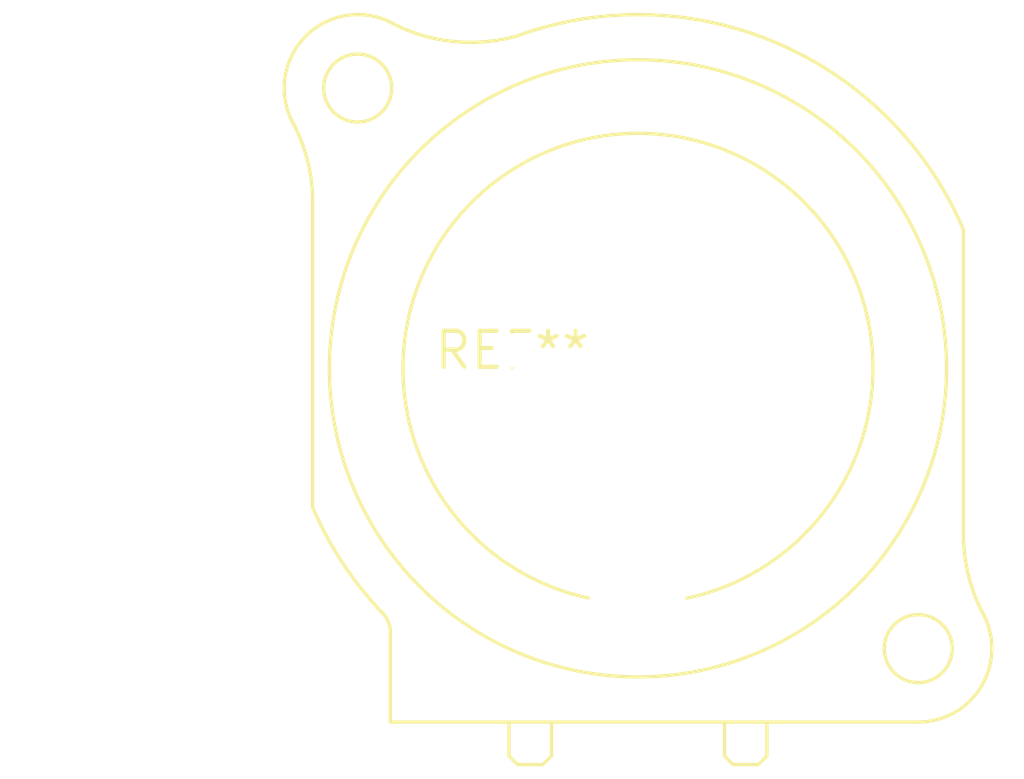
<source format=kicad_pcb>
(kicad_pcb (version 20240108) (generator pcbnew)
  (layers (0 "F.Cu" signal) (31 "B.Cu" signal) (34 "B.Paste" user) (35 "F.Paste" user) (36 "B.SilkS" user "B.Silkscreen") (37 "F.SilkS" user "F.Silkscreen") (38 "B.Mask" user) (39 "F.Mask" user) (44 "Edge.Cuts" user))
  (net 0 "")
  (footprint "Jack_XLR_Neutrik_NC5MBV-B_Vertical" (layer "F.Cu") (at 0 0)
    (property "Reference" "REF**")
    (property "Value" "Jack_XLR_Neutrik_NC5MBV-B_Vertical")
    (fp_line (start -7.05 -5.5) (end -7.05 5.53) (layer "F.SilkS") (stroke (width 0.12)))
    (fp_line (start -4.3 9.97) (end -4.3 13.13) (layer "F.SilkS") (stroke (width 0.12)))
    (fp_line (start -0.11 13.13) (end -0.11 14.33) (layer "F.SilkS") (stroke (width 0.12)))
    (fp_line (start -0.11 14.33) (end 0.19 14.63) (layer "F.SilkS") (stroke (width 0.12)))
    (fp_line (start 0.19 14.63) (end 1.09 14.63) (layer "F.SilkS") (stroke (width 0.12)))
    (fp_line (start 1.39 13.13) (end 1.39 14.33) (layer "F.SilkS") (stroke (width 0.12)))
    (fp_line (start 1.39 14.33) (end 1.09 14.63) (layer "F.SilkS") (stroke (width 0.12)))
    (fp_line (start 7.5 13.13) (end 7.5 14.33) (layer "F.SilkS") (stroke (width 0.12)))
    (fp_line (start 7.5 14.33) (end 7.8 14.63) (layer "F.SilkS") (stroke (width 0.12)))
    (fp_line (start 8.7 14.63) (end 7.8 14.63) (layer "F.SilkS") (stroke (width 0.12)))
    (fp_line (start 9 13.13) (end 9 14.33) (layer "F.SilkS") (stroke (width 0.12)))
    (fp_line (start 9 14.33) (end 8.7 14.63) (layer "F.SilkS") (stroke (width 0.12)))
    (fp_line (start 14.34 13.13) (end -4.3 13.13) (layer "F.SilkS") (stroke (width 0.12)))
    (fp_line (start 15.94 6.77) (end 15.94 -4.26) (layer "F.SilkS") (stroke (width 0.12)))
    (fp_arc (start -7.706072 -7.969016) (mid -7.245016 -6.769854) (end -7.05 -5.5) (layer "F.SilkS") (stroke (width 0.12)))
    (fp_arc (start -7.701898 -7.960402) (mid -7.280108 -11.106809) (end -4.13 -11.5) (layer "F.SilkS") (stroke (width 0.12)))
    (fp_arc (start -4.57767 9.277192) (mid -5.983521 7.515552) (end -7.05 5.53) (layer "F.SilkS") (stroke (width 0.12)))
    (fp_arc (start -4.577033 9.279118) (mid -4.371839 9.597822) (end -4.3 9.97) (layer "F.SilkS") (stroke (width 0.12)))
    (fp_arc (start 0.155138 -11.099295) (mid -2.024203 -10.906412) (end -4.13 -11.5) (layer "F.SilkS") (stroke (width 0.12)))
    (fp_arc (start 0.15831 -11.100431) (mid 9.413683 -10.828344) (end 15.94 -4.26) (layer "F.SilkS") (stroke (width 0.12)))
    (fp_arc (start 2.7 8.75) (mid 4.457421 -7.665488) (end 6.165706 8.755186) (layer "F.SilkS") (stroke (width 0.12)))
    (fp_arc (start 15.548589 12.832023) (mid 14.96239 13.054406) (end 14.34 13.13) (layer "F.SilkS") (stroke (width 0.12)))
    (fp_arc (start 16.602795 9.242305) (mid 16.840071 11.256668) (end 15.56 12.83) (layer "F.SilkS") (stroke (width 0.12)))
    (fp_arc (start 16.607596 9.253415) (mid 16.144453 8.047281) (end 15.95 6.77) (layer "F.SilkS") (stroke (width 0.12)))
    (fp_circle (center -5.455 -9.265) (end -4.255 -9.265) (layer "F.SilkS") (stroke (width 0.12)) (fill none))
    (fp_circle (center 4.445 0.635) (end 15.345 0.635) (layer "F.SilkS") (stroke (width 0.12)) (fill none))
    (fp_circle (center 14.345 10.535) (end 15.545 10.535) (layer "F.SilkS") (stroke (width 0.12)) (fill none))
    (pad "1" thru_hole circle (at 0 0) (size 2.9 2.9) (drill 1.2) (layers *.Cu *.Mask) (remove_unused_layers))
    (pad "2" thru_hole circle (at 1.27 3.175) (size 3.4 3.4) (drill 1.6) (layers *.Cu *.Mask) (remove_unused_layers))
    (pad "3" thru_hole circle (at 4.445 5.08) (size 2.9 2.9) (drill 1.2) (layers *.Cu *.Mask) (remove_unused_layers))
    (pad "4" thru_hole circle (at 7.62 3.175) (size 3.4 3.4) (drill 1.6) (layers *.Cu *.Mask) (remove_unused_layers))
    (pad "5" thru_hole circle (at 8.255 -0.635) (size 2.9 2.9) (drill 1.2) (layers *.Cu *.Mask) (remove_unused_layers))
    (pad "G" thru_hole circle (at 4.445 8.89) (size 2.9 2.9) (drill 1.2) (layers *.Cu *.Mask) (remove_unused_layers))
  )
)
</source>
